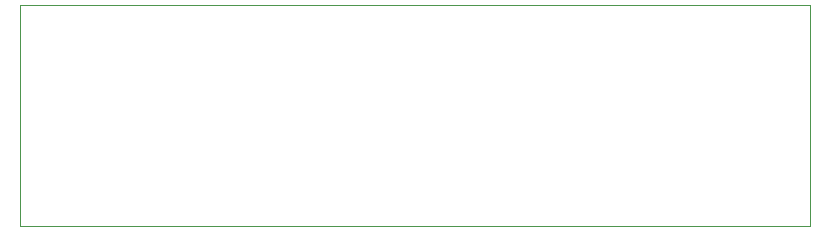
<source format=gbr>
G04 #@! TF.GenerationSoftware,KiCad,Pcbnew,(5.1.4)-1*
G04 #@! TF.CreationDate,2020-11-15T00:00:24-05:00*
G04 #@! TF.ProjectId,MAIN_newBreakoutBoard,4d41494e-5f6e-4657-9742-7265616b6f75,v1.0*
G04 #@! TF.SameCoordinates,Original*
G04 #@! TF.FileFunction,Profile,NP*
%FSLAX46Y46*%
G04 Gerber Fmt 4.6, Leading zero omitted, Abs format (unit mm)*
G04 Created by KiCad (PCBNEW (5.1.4)-1) date 2020-11-15 00:00:24*
%MOMM*%
%LPD*%
G04 APERTURE LIST*
%ADD10C,0.050000*%
G04 APERTURE END LIST*
D10*
X114280000Y-90650000D02*
X181200000Y-90650000D01*
X181200000Y-90650000D02*
X181200000Y-109350000D01*
X114280000Y-109350000D02*
X181200000Y-109350000D01*
X114280000Y-90650000D02*
X114280000Y-109350000D01*
M02*

</source>
